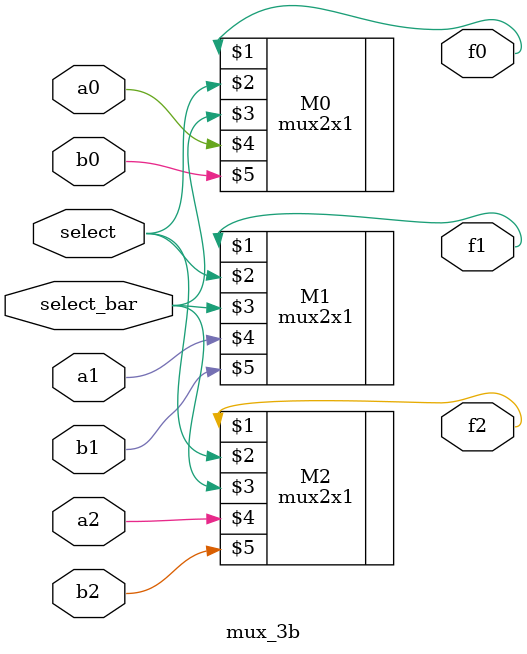
<source format=v>
`include "mux2x1.v"
module mux_3b (f2,f1,f0,a0,b0,a1,b1,a2,b2, select,select_bar);
	input a0,b0,a1,b1,a2,b2;
	input select, select_bar;
	output f2,f1,f0;
	
	mux2x1 M0(f0,select, select_bar, a0,b0);
	mux2x1 M1(f1,select, select_bar, a1,b1);
	mux2x1 M2(f2,select, select_bar, a2,b2);
	
endmodule

</source>
